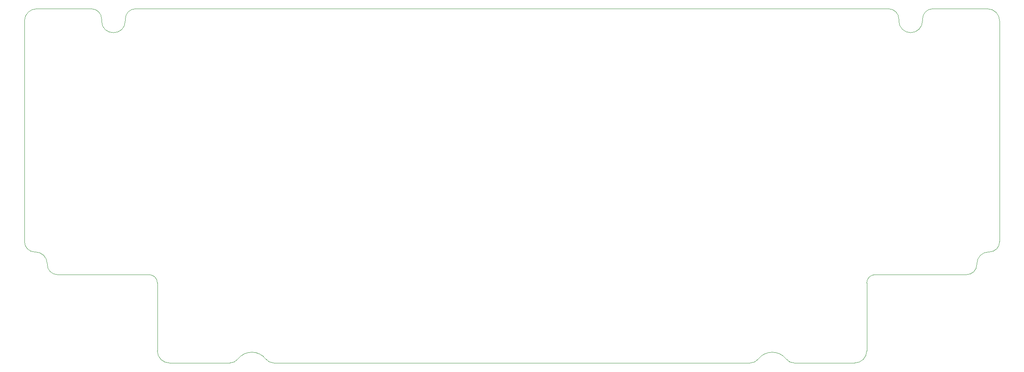
<source format=gbr>
%TF.GenerationSoftware,KiCad,Pcbnew,8.0.8*%
%TF.CreationDate,2025-03-01T19:04:34+01:00*%
%TF.ProjectId,travaulta HHKB,74726176-6175-46c7-9461-2048484b422e,rev?*%
%TF.SameCoordinates,Original*%
%TF.FileFunction,Profile,NP*%
%FSLAX46Y46*%
G04 Gerber Fmt 4.6, Leading zero omitted, Abs format (unit mm)*
G04 Created by KiCad (PCBNEW 8.0.8) date 2025-03-01 19:04:34*
%MOMM*%
%LPD*%
G01*
G04 APERTURE LIST*
%TA.AperFunction,Profile*%
%ADD10C,0.050000*%
%TD*%
G04 APERTURE END LIST*
D10*
X237500001Y-49675000D02*
G75*
G02*
X239700000Y-47475001I2199999J0D01*
G01*
X85470568Y-47474999D02*
X79640568Y-47474999D01*
X90257292Y-122969097D02*
G75*
G02*
X96273958Y-122969097I3008333J-2321623D01*
G01*
X72950000Y-106575000D02*
X72950000Y-121224999D01*
X98015625Y-123825000D02*
X200434375Y-123825000D01*
X251474999Y-47474999D02*
X239700000Y-47475001D01*
X46575000Y-99884000D02*
X46716000Y-99884000D01*
X66050000Y-49675000D02*
G75*
G02*
X68249999Y-47475000I2200000J0D01*
G01*
X209934375Y-123825000D02*
X222900000Y-123825000D01*
X202176041Y-122969097D02*
G75*
G02*
X208192709Y-122969097I3008334J-2321622D01*
G01*
X230200001Y-47474999D02*
G75*
G02*
X232400001Y-49675000I-1J-2200001D01*
G01*
X66050000Y-50075000D02*
G75*
G02*
X60950000Y-50074999I-2550000J20D01*
G01*
X225500000Y-121224999D02*
X225500000Y-106575000D01*
X249184374Y-102574999D02*
X249184374Y-102433999D01*
X58750000Y-47475001D02*
X46975000Y-47474999D01*
X249184374Y-102574999D02*
G75*
G02*
X246984375Y-104774974I-2200074J99D01*
G01*
X71150001Y-104774999D02*
G75*
G02*
X72950001Y-106575000I-1J-1800001D01*
G01*
X232400000Y-50075000D02*
X232400000Y-49675000D01*
X202176041Y-122969097D02*
G75*
G02*
X200434375Y-123825018I-1741641J1343997D01*
G01*
X254075000Y-97684000D02*
X254075000Y-50075000D01*
X60949999Y-50074999D02*
X60949999Y-49675000D01*
X227299999Y-104774999D02*
X246984375Y-104774998D01*
X230200001Y-47474999D02*
X85470568Y-47474999D01*
X225500000Y-106575000D02*
G75*
G02*
X227299999Y-104775000I1800000J0D01*
G01*
X225500000Y-121224999D02*
G75*
G02*
X222900000Y-123825000I-2600000J-1D01*
G01*
X90257292Y-122969097D02*
G75*
G02*
X88515625Y-123825020I-1741692J1344097D01*
G01*
X46716000Y-99884000D02*
G75*
G02*
X49266000Y-102433999I0J-2550000D01*
G01*
X79640568Y-47474999D02*
X68249999Y-47474999D01*
X251474999Y-47474999D02*
G75*
G02*
X254075001Y-50075000I1J-2600001D01*
G01*
X75550000Y-123825000D02*
X88515625Y-123825000D01*
X44375000Y-50075000D02*
G75*
G02*
X46975000Y-47475000I2599950J50D01*
G01*
X237500001Y-50074999D02*
G75*
G02*
X232399999Y-50075000I-2550001J-1D01*
G01*
X44375000Y-50075000D02*
X44375000Y-97684000D01*
X209934375Y-123825000D02*
G75*
G02*
X208192722Y-122969086I-175J2199600D01*
G01*
X75550000Y-123825000D02*
G75*
G02*
X72950000Y-121224999I0J2600000D01*
G01*
X254075000Y-97684000D02*
G75*
G02*
X251875000Y-99884000I-2200000J0D01*
G01*
X98015625Y-123825000D02*
G75*
G02*
X96273942Y-122969109I-25J2200000D01*
G01*
X251734375Y-99884000D02*
X251875000Y-99884000D01*
X51466000Y-104774999D02*
G75*
G02*
X49266001Y-102575000I0J2199999D01*
G01*
X66050000Y-49675000D02*
X66050000Y-50075000D01*
X58750000Y-47475001D02*
G75*
G02*
X60949999Y-49675000I0J-2199999D01*
G01*
X237500001Y-49675000D02*
X237500001Y-50074999D01*
X49266000Y-102433999D02*
X49266000Y-102575000D01*
X46575000Y-99884000D02*
G75*
G02*
X44375000Y-97684000I0J2200000D01*
G01*
X51466000Y-104774999D02*
X71150001Y-104774999D01*
X249184374Y-102433999D02*
G75*
G02*
X251734375Y-99883974I2549926J99D01*
G01*
M02*

</source>
